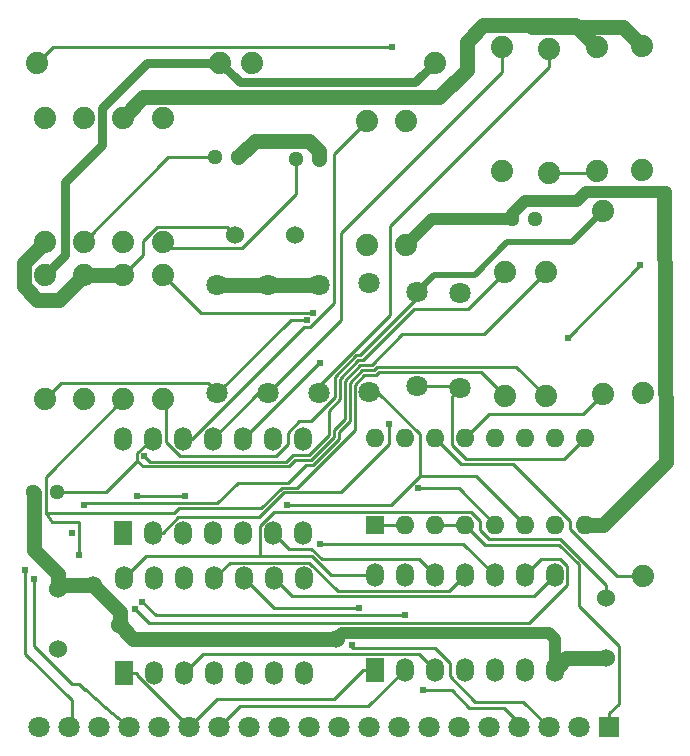
<source format=gbl>
G04 Layer: BottomLayer*
G04 EasyEDA v6.5.22, 2023-01-18 22:18:13*
G04 b90e41fe8b0c41359a3314c958ec5ec0,7be1179030e74d40a97a3c751b95adb4,10*
G04 Gerber Generator version 0.2*
G04 Scale: 100 percent, Rotated: No, Reflected: No *
G04 Dimensions in inches *
G04 leading zeros omitted , absolute positions ,3 integer and 6 decimal *
%FSLAX36Y36*%
%MOIN*%

%ADD10C,0.0100*%
%ADD11C,0.0400*%
%ADD12C,0.0500*%
%ADD13C,0.0200*%
%ADD14C,0.0300*%
%ADD15O,0.06299199999999999X0.06299199999999999*%
%ADD16R,0.0630X0.0630*%
%ADD17C,0.0709*%
%ADD18R,0.0709X0.0709*%
%ADD19R,0.0591X0.0787*%
%ADD20O,0.059054999999999996X0.07873999999999999*%
%ADD21C,0.0740*%
%ADD22C,0.0600*%
%ADD23C,0.0512*%
%ADD24C,0.0240*%
%ADD25C,0.0127*%

%LPD*%
D10*
X2448734Y3128733D02*
G01*
X2690000Y3370000D01*
X670000Y2325000D02*
G01*
X670000Y2100000D01*
X675000Y2095000D01*
X793900Y1976100D01*
X820000Y1976100D01*
X840000Y1956100D01*
X640000Y2355000D02*
G01*
X640000Y2075000D01*
X795000Y1920000D01*
X795000Y1904800D01*
D11*
X2260630Y3525000D02*
G01*
X2260630Y3540630D01*
X2305000Y3585000D01*
X2480000Y3585000D01*
X2508962Y3613962D01*
X2775000Y3613962D01*
D12*
X2505000Y2505120D02*
G01*
X2565119Y2505120D01*
X2775000Y2715000D01*
X2770000Y3610000D01*
D11*
X1675000Y2125000D02*
G01*
X1695000Y2145000D01*
X2385000Y2145000D01*
X2405000Y2125000D01*
X2405000Y2022519D01*
D12*
X750000Y2290000D02*
G01*
X750000Y2340000D01*
X670000Y2420000D01*
X670000Y2610630D01*
X665630Y2615000D01*
X865000Y2305000D02*
G01*
X765000Y2305000D01*
X750000Y2290000D01*
X955000Y2170000D02*
G01*
X955000Y2215000D01*
X865000Y2305000D01*
D10*
X795000Y1904758D02*
G01*
X795000Y1840000D01*
X785000Y1830000D01*
X840000Y1957800D02*
G01*
X840000Y1957800D01*
X910000Y1895000D01*
X985000Y1830000D01*
D12*
X1675000Y2125000D02*
G01*
X1000000Y2125000D01*
X955000Y2170000D01*
X2327905Y4165000D02*
G01*
X2631689Y4165000D01*
X2695000Y4101689D01*
X2545000Y4096700D02*
G01*
X2471700Y4170000D01*
X2165000Y4170000D01*
X2110799Y4115799D01*
X2110799Y4020799D01*
X2020000Y3930000D01*
X1033299Y3930000D01*
X965000Y3861700D01*
D10*
X1964399Y1952899D02*
G01*
X2062100Y1952899D01*
X2120000Y1895000D01*
X2235000Y1895000D01*
X2285000Y1845000D01*
X2285000Y1830000D01*
X2090000Y2962500D02*
G01*
X2061800Y2934299D01*
X2061800Y2771599D01*
X2108400Y2725000D01*
X2435100Y2725000D01*
X2505000Y2794899D01*
X1945000Y2967500D02*
G01*
X2085000Y2967500D01*
X2090000Y2962500D01*
X2385000Y3678310D02*
G01*
X2540009Y3678310D01*
X2545000Y3683301D01*
X2565000Y2939899D02*
G01*
X2500100Y2875000D01*
X2185100Y2875000D01*
X2105000Y2794899D01*
X2700000Y2334899D02*
G01*
X2610399Y2334899D01*
X2455000Y2490200D01*
X2455000Y2519000D01*
X2266599Y2707399D01*
X2092399Y2707399D01*
X2005000Y2794899D01*
X679879Y4045000D02*
G01*
X731179Y4096298D01*
X1862201Y4096298D01*
D12*
X2468800Y2060000D02*
G01*
X2442500Y2060000D01*
X2405000Y2022500D01*
X2575000Y2060000D02*
G01*
X2468800Y2060000D01*
X1280000Y3306100D02*
G01*
X1450000Y3306100D01*
X1620000Y3306100D02*
G01*
X1450000Y3306100D01*
X1349399Y3730000D02*
G01*
X1404399Y3785000D01*
X1585000Y3785000D01*
X1619399Y3750599D01*
X1619399Y3725000D01*
D11*
X2260600Y3525000D02*
G01*
X1996700Y3525000D01*
X1910000Y3438299D01*
D10*
X1100000Y3336700D02*
G01*
X1225000Y3211700D01*
X1599899Y3211700D01*
X1955000Y2668099D02*
G01*
X2141999Y2668099D01*
X2305000Y2505100D01*
X1955000Y2668099D02*
G01*
X1859200Y2572300D01*
X1513000Y2572300D01*
X1955000Y2668099D02*
G01*
X1955000Y2806199D01*
X1812299Y2948899D01*
X1785000Y2948899D01*
X1578900Y3188600D02*
G01*
X1524700Y3188600D01*
X1280000Y2943899D01*
X2205000Y2505100D02*
G01*
X2083599Y2626599D01*
X1947500Y2626599D01*
X1280000Y2943899D02*
G01*
X1247402Y2976498D01*
X758189Y2976498D01*
X705000Y2923310D01*
X2105000Y2505100D02*
G01*
X2171499Y2438600D01*
X2419099Y2438600D01*
X2484899Y2372899D01*
X2484899Y2235100D01*
X2617600Y2102399D01*
X2617600Y1909099D01*
X2585000Y1876500D01*
X2005000Y2505100D02*
G01*
X2105000Y2505100D01*
X2585000Y1830000D02*
G01*
X2585000Y1876500D01*
X1730000Y2105000D02*
G01*
X1730000Y2095000D01*
X2005801Y2095000D01*
X2055000Y2045801D01*
X2055000Y1999699D01*
X2139198Y1915500D01*
X2299502Y1915500D01*
X2385000Y1830000D01*
X1370000Y2327500D02*
G01*
X1469600Y2227899D01*
X1751300Y2227899D01*
X1805000Y2505100D02*
G01*
X1905000Y2505100D01*
X1421499Y2399800D02*
G01*
X1421499Y2502399D01*
X1466999Y2547899D01*
X2124700Y2547899D01*
X2155000Y2517600D01*
X2155000Y2488099D01*
X2186099Y2457100D01*
X2423400Y2457100D01*
X2575000Y2305500D01*
X2575000Y2260000D01*
X1805000Y2337500D02*
G01*
X1657399Y2337500D01*
X1595100Y2399800D01*
X1421499Y2399800D01*
X1421499Y2399800D02*
G01*
X1042299Y2399800D01*
X970000Y2327500D01*
X1340000Y3470000D02*
G01*
X1311400Y3498600D01*
X1079700Y3498600D01*
X1032500Y3451399D01*
X1032500Y3404200D01*
X965000Y3336700D01*
D12*
X835000Y3336700D02*
G01*
X753299Y3255000D01*
X680000Y3255000D01*
X635000Y3300000D01*
X635000Y3378299D01*
X705000Y3448299D01*
X835000Y3336700D02*
G01*
X965000Y3336700D01*
D10*
X835000Y2571199D02*
G01*
X840000Y2576199D01*
X1279499Y2576199D01*
X1348699Y2645399D01*
X1516700Y2645399D01*
X1576099Y2704699D01*
X1597299Y2704699D01*
X1685100Y2792500D01*
X1685100Y2813800D01*
X1721099Y2849699D01*
X1721099Y2979099D01*
X1763199Y3021199D01*
X1800500Y3021199D01*
X1811199Y3031900D01*
X2276400Y3031900D01*
X2375000Y2933299D01*
X2230000Y4096700D02*
G01*
X2230000Y4015000D01*
X1693100Y3478099D01*
X1693100Y3186999D01*
X1450000Y2943899D01*
X1450000Y2943899D02*
G01*
X1416400Y2943899D01*
X1265000Y2792500D01*
X707699Y2544000D02*
G01*
X1135200Y2544000D01*
X1151400Y2560100D01*
X1425299Y2560100D01*
X1494499Y2629299D01*
X1544700Y2629299D01*
X1737200Y2821799D01*
X1737200Y2972500D01*
X1769799Y3005100D01*
X1807200Y3005100D01*
X1817899Y3015799D01*
X2157500Y3015799D01*
X2240000Y2933299D01*
X707699Y2544000D02*
G01*
X730000Y2515000D01*
X820000Y2515000D01*
X820000Y2405000D01*
X965000Y2923299D02*
G01*
X707699Y2665999D01*
X707699Y2544000D01*
X1620000Y2943899D02*
G01*
X1620000Y2969198D01*
X1853701Y3202899D01*
X1853701Y3501100D01*
X2385000Y4032399D01*
X2385000Y4091689D01*
X1805000Y2022500D02*
G01*
X1764399Y2022500D01*
X1764399Y2022500D02*
G01*
X1666899Y1925000D01*
X1280000Y1925000D01*
X1185000Y1830000D01*
X970000Y2012500D02*
G01*
X1010600Y2012500D01*
X1010600Y2012500D02*
G01*
X1010600Y2004400D01*
X1185000Y1830000D01*
X1905000Y2022500D02*
G01*
X1782500Y1900000D01*
X1355000Y1900000D01*
X1285000Y1830000D01*
X1100000Y2923299D02*
G01*
X1108199Y2915100D01*
X1108199Y2781500D01*
X1154600Y2735200D01*
X1476800Y2735200D01*
X1515000Y2773400D01*
X1515000Y2811500D01*
X1553000Y2849600D01*
X1591499Y2849600D01*
X1672700Y2930799D01*
X1672700Y2999099D01*
X1743199Y3069600D01*
X1754499Y3069600D01*
X1945000Y3260000D01*
X1945000Y3282500D01*
D13*
X2565000Y3550100D02*
G01*
X2462100Y3447199D01*
X2245299Y3447199D01*
X2137399Y3339299D01*
X2001800Y3339299D01*
X1945000Y3282500D01*
D14*
X705000Y3336700D02*
G01*
X772500Y3404200D01*
X772500Y3648600D01*
X895000Y3771100D01*
X895000Y3895000D01*
X1045000Y4045000D01*
X1290100Y4045000D01*
X1290100Y4045000D02*
G01*
X1355100Y3980000D01*
X1940100Y3980000D01*
X2005100Y4045000D01*
D10*
X1170000Y2012500D02*
G01*
X1232500Y2075000D01*
X1952500Y2075000D01*
X2005000Y2022500D01*
X1905000Y2204499D02*
G01*
X1073599Y2204499D01*
X1029399Y2248699D01*
X1851999Y2841199D02*
G01*
X1851999Y2774899D01*
X1690299Y2613099D01*
X1501199Y2613099D01*
X1417799Y2529800D01*
X1150000Y2529800D01*
X1097700Y2477500D01*
X1065000Y2477500D01*
X2005000Y2337500D02*
G01*
X1952100Y2390399D01*
X1627299Y2390399D01*
X1592899Y2424800D01*
X1517700Y2424800D01*
X1465000Y2477500D01*
X1270000Y2327500D02*
G01*
X1321599Y2379099D01*
X1585699Y2379099D01*
X1680600Y2284200D01*
X2051700Y2284200D01*
X2105000Y2337500D01*
X1623000Y2442800D02*
G01*
X2099700Y2442800D01*
X2205000Y2337500D01*
X1365000Y2792500D02*
G01*
X1617299Y3044800D01*
X1623299Y3044800D01*
X1013299Y2600300D02*
G01*
X1170399Y2600300D01*
X2305000Y2337500D02*
G01*
X2357799Y2390300D01*
X2421899Y2390300D01*
X2445600Y2366500D01*
X2445600Y2303200D01*
X2320100Y2177600D01*
X1051800Y2177600D01*
X1006300Y2223099D01*
X1780000Y3851700D02*
G01*
X1668999Y3740700D01*
X1668999Y3245999D01*
X1588500Y3165500D01*
X1567399Y3165500D01*
X1194399Y2792500D01*
X1165000Y2792500D01*
X1470000Y2327500D02*
G01*
X1529399Y2268000D01*
X2335600Y2268000D01*
X2405000Y2337500D01*
X2240000Y3346700D02*
G01*
X2116400Y3223099D01*
X1935000Y3223099D01*
X1765399Y3053499D01*
X1749799Y3053499D01*
X1688800Y2992500D01*
X1688800Y2924099D01*
X1650900Y2886100D01*
X1650900Y2803800D01*
X1583999Y2736900D01*
X1531300Y2736900D01*
X1510100Y2715700D01*
X1053699Y2715700D01*
X1035699Y2733699D01*
X1012600Y2719400D02*
G01*
X1012600Y2743299D01*
X1061800Y2792500D01*
X1065000Y2792500D01*
X2375000Y3346700D02*
G01*
X2168100Y3139800D01*
X1896300Y3139800D01*
X1793800Y3037300D01*
X1756499Y3037300D01*
X1705000Y2985799D01*
X1705000Y2857899D01*
X1668999Y2821999D01*
X1668999Y2799200D01*
X1590699Y2720799D01*
X1539399Y2720799D01*
X1518199Y2699600D01*
X1032399Y2699600D01*
X1012600Y2719400D01*
X744400Y2615000D02*
G01*
X908199Y2615000D01*
X1012600Y2719400D01*
X835000Y3448310D02*
G01*
X1116689Y3730000D01*
X1270600Y3730000D01*
X1540600Y3725000D02*
G01*
X1540600Y3607300D01*
X1361599Y3428299D01*
X1120000Y3428299D01*
X1100000Y3448299D01*
D15*
G01*
X2505000Y2794879D03*
G01*
X2405000Y2794879D03*
G01*
X2305000Y2794879D03*
G01*
X2205000Y2794879D03*
G01*
X2105000Y2794879D03*
G01*
X2005000Y2794879D03*
G01*
X1905000Y2794879D03*
G01*
X1805000Y2794879D03*
G01*
X2505000Y2505120D03*
G01*
X2405000Y2505120D03*
G01*
X2305000Y2505120D03*
G01*
X2205000Y2505120D03*
G01*
X2105000Y2505120D03*
G01*
X2005000Y2505120D03*
G01*
X1905000Y2505120D03*
D16*
G01*
X1805000Y2505120D03*
D17*
G01*
X685000Y1830000D03*
G01*
X785000Y1830000D03*
G01*
X885000Y1830000D03*
G01*
X985000Y1830000D03*
G01*
X1085000Y1830000D03*
G01*
X1185000Y1830000D03*
G01*
X1285000Y1830000D03*
G01*
X1385000Y1830000D03*
G01*
X1485000Y1830000D03*
G01*
X1585000Y1830000D03*
G01*
X1685000Y1830000D03*
G01*
X1785000Y1830000D03*
G01*
X1885000Y1830000D03*
G01*
X1985000Y1830000D03*
G01*
X2085000Y1830000D03*
G01*
X2185000Y1830000D03*
G01*
X2285000Y1830000D03*
G01*
X2385000Y1830000D03*
G01*
X2485000Y1830000D03*
D18*
G01*
X2585000Y1830000D03*
D19*
G01*
X1805000Y2022519D03*
D20*
G01*
X1905000Y2022519D03*
G01*
X2005000Y2022519D03*
G01*
X2105000Y2022519D03*
G01*
X2205000Y2022519D03*
G01*
X2305000Y2022519D03*
G01*
X2405000Y2022519D03*
G01*
X1805000Y2337480D03*
G01*
X1905000Y2337480D03*
G01*
X2005000Y2337480D03*
G01*
X2105000Y2337480D03*
G01*
X2205000Y2337480D03*
G01*
X2305000Y2337480D03*
G01*
X2405000Y2337480D03*
D19*
G01*
X970000Y2012519D03*
D20*
G01*
X1070000Y2012519D03*
G01*
X1170000Y2012519D03*
G01*
X1270000Y2012519D03*
G01*
X1370000Y2012519D03*
G01*
X1470000Y2012519D03*
G01*
X1570000Y2012519D03*
G01*
X970000Y2327480D03*
G01*
X1070000Y2327480D03*
G01*
X1170000Y2327480D03*
G01*
X1270000Y2327480D03*
G01*
X1370000Y2327480D03*
G01*
X1470000Y2327480D03*
G01*
X1570000Y2327480D03*
D19*
G01*
X965000Y2477519D03*
D20*
G01*
X1065000Y2477519D03*
G01*
X1165000Y2477519D03*
G01*
X1265000Y2477519D03*
G01*
X1365000Y2477519D03*
G01*
X1465000Y2477519D03*
G01*
X1565000Y2477519D03*
G01*
X965000Y2792480D03*
G01*
X1065000Y2792480D03*
G01*
X1165000Y2792480D03*
G01*
X1265000Y2792480D03*
G01*
X1365000Y2792480D03*
G01*
X1465000Y2792480D03*
G01*
X1565000Y2792480D03*
D21*
G01*
X2240000Y3346689D03*
G01*
X2240000Y2933310D03*
G01*
X2375000Y3346689D03*
G01*
X2375000Y2933310D03*
D22*
G01*
X750000Y2090000D03*
G01*
X750000Y2290000D03*
D17*
G01*
X2090000Y3277480D03*
G01*
X2090000Y2962519D03*
G01*
X1945000Y3282480D03*
G01*
X1945000Y2967519D03*
D21*
G01*
X835000Y3448310D03*
G01*
X835000Y3861689D03*
G01*
X705000Y3448310D03*
G01*
X705000Y3861689D03*
G01*
X965000Y3448310D03*
G01*
X965000Y3861689D03*
G01*
X1100000Y3448310D03*
G01*
X1100000Y3861689D03*
G01*
X965000Y3336689D03*
G01*
X965000Y2923310D03*
G01*
X835000Y3336689D03*
G01*
X835000Y2923310D03*
G01*
X705000Y3336689D03*
G01*
X705000Y2923310D03*
G01*
X1100000Y3336689D03*
G01*
X1100000Y2923310D03*
G01*
X1910000Y3438310D03*
G01*
X1910000Y3851689D03*
G01*
X1780000Y3438310D03*
G01*
X1780000Y3851689D03*
D17*
G01*
X1450000Y2943899D03*
G01*
X1450000Y3306100D03*
G01*
X1280000Y2943899D03*
G01*
X1280000Y3306100D03*
G01*
X1620000Y2943899D03*
G01*
X1620000Y3306100D03*
G01*
X1785000Y2948899D03*
G01*
X1785000Y3311100D03*
D21*
G01*
X2695000Y4101689D03*
G01*
X2695000Y3688310D03*
G01*
X2230000Y3683310D03*
G01*
X2230000Y4096689D03*
G01*
X2545000Y3683310D03*
G01*
X2545000Y4096689D03*
G01*
X2385000Y4091689D03*
G01*
X2385000Y3678310D03*
D23*
G01*
X1270630Y3730000D03*
G01*
X1349369Y3730000D03*
G01*
X2339369Y3525000D03*
G01*
X2260630Y3525000D03*
G01*
X1540630Y3725000D03*
G01*
X1619369Y3725000D03*
G01*
X744369Y2615000D03*
G01*
X665630Y2615000D03*
D22*
G01*
X2575000Y2260000D03*
G01*
X2575000Y2060000D03*
G01*
X1340000Y3470000D03*
G01*
X1540000Y3470000D03*
D21*
G01*
X1394880Y4045000D03*
G01*
X2005119Y4045000D03*
G01*
X679879Y4045000D03*
G01*
X1290119Y4045000D03*
G01*
X2700000Y2334879D03*
G01*
X2700000Y2945120D03*
G01*
X2565000Y2939879D03*
G01*
X2565000Y3550120D03*
D22*
G01*
X1675000Y2125000D03*
G01*
X955000Y2170000D03*
G01*
X865000Y2305000D03*
D24*
G01*
X1035699Y2733699D03*
G01*
X1170399Y2600300D03*
G01*
X1013299Y2600300D03*
G01*
X1006300Y2223099D03*
G01*
X1623299Y3044800D03*
G01*
X1623000Y2442800D03*
G01*
X1029399Y2248699D03*
G01*
X1905000Y2204499D03*
G01*
X1851999Y2841199D03*
G01*
X835000Y2571199D03*
G01*
X1751300Y2227899D03*
G01*
X1730000Y2105000D03*
G01*
X1947500Y2626599D03*
G01*
X1578900Y3188600D03*
G01*
X1599899Y3211700D03*
G01*
X1513000Y2572300D03*
G01*
X1862200Y4096300D03*
G01*
X1964399Y1952899D03*
G01*
X820000Y2405000D03*
G01*
X795000Y2478760D03*
G01*
X640000Y2355000D03*
G01*
X670000Y2325000D03*
G01*
X2448729Y3128730D03*
G01*
X2690000Y3370000D03*
M02*

</source>
